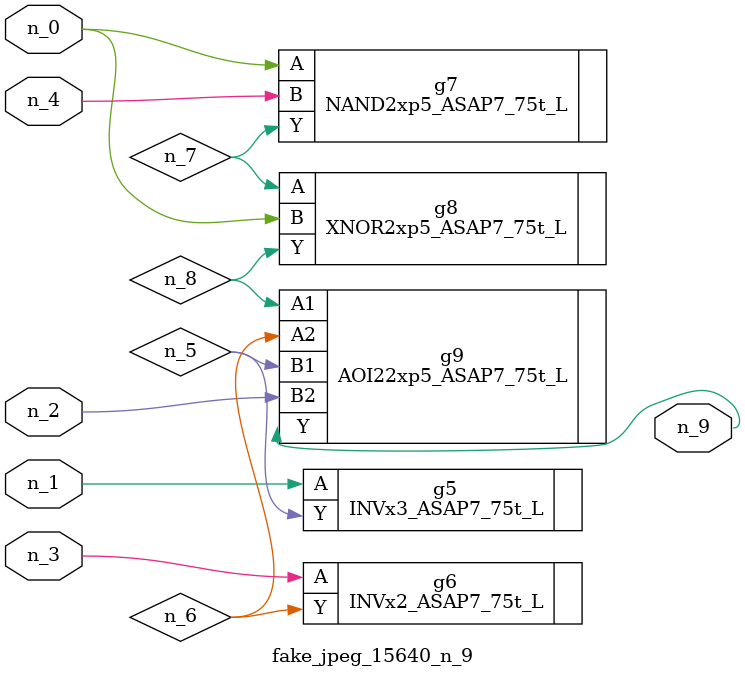
<source format=v>
module fake_jpeg_15640_n_9 (n_3, n_2, n_1, n_0, n_4, n_9);

input n_3;
input n_2;
input n_1;
input n_0;
input n_4;

output n_9;

wire n_8;
wire n_6;
wire n_5;
wire n_7;

INVx3_ASAP7_75t_L g5 ( 
.A(n_1),
.Y(n_5)
);

INVx2_ASAP7_75t_L g6 ( 
.A(n_3),
.Y(n_6)
);

NAND2xp5_ASAP7_75t_L g7 ( 
.A(n_0),
.B(n_4),
.Y(n_7)
);

XNOR2xp5_ASAP7_75t_L g8 ( 
.A(n_7),
.B(n_0),
.Y(n_8)
);

AOI22xp5_ASAP7_75t_L g9 ( 
.A1(n_8),
.A2(n_6),
.B1(n_5),
.B2(n_2),
.Y(n_9)
);


endmodule
</source>
